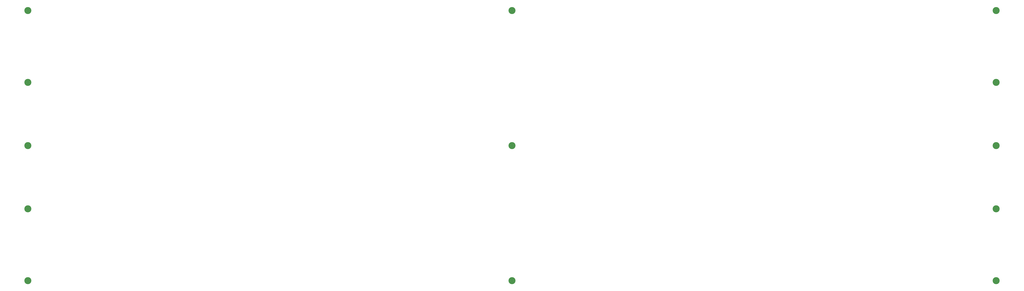
<source format=gts>
G04 Layer: TopSolderMaskLayer*
G04 EasyEDA v6.5.34, 2023-08-21 18:11:39*
G04 81c3e6301e7a49a49ac37a2379715e3f,5a6b42c53f6a479593ecc07194224c93,10*
G04 Gerber Generator version 0.2*
G04 Scale: 100 percent, Rotated: No, Reflected: No *
G04 Dimensions in millimeters *
G04 leading zeros omitted , absolute positions ,4 integer and 5 decimal *
%FSLAX45Y45*%
%MOMM*%

%ADD10C,3.1016*%

%LPD*%
D10*
G01*
X2794000Y635000D03*
G01*
X2794000Y12573000D03*
G01*
X2794000Y6604000D03*
G01*
X45466000Y635000D03*
G01*
X45466000Y6604000D03*
G01*
X45466000Y12573000D03*
G01*
X24130000Y635000D03*
G01*
X24130000Y6604000D03*
G01*
X24130000Y12573000D03*
G01*
X2793994Y3809997D03*
G01*
X45466000Y3810000D03*
G01*
X45466000Y9398002D03*
G01*
X2794000Y9398000D03*
M02*

</source>
